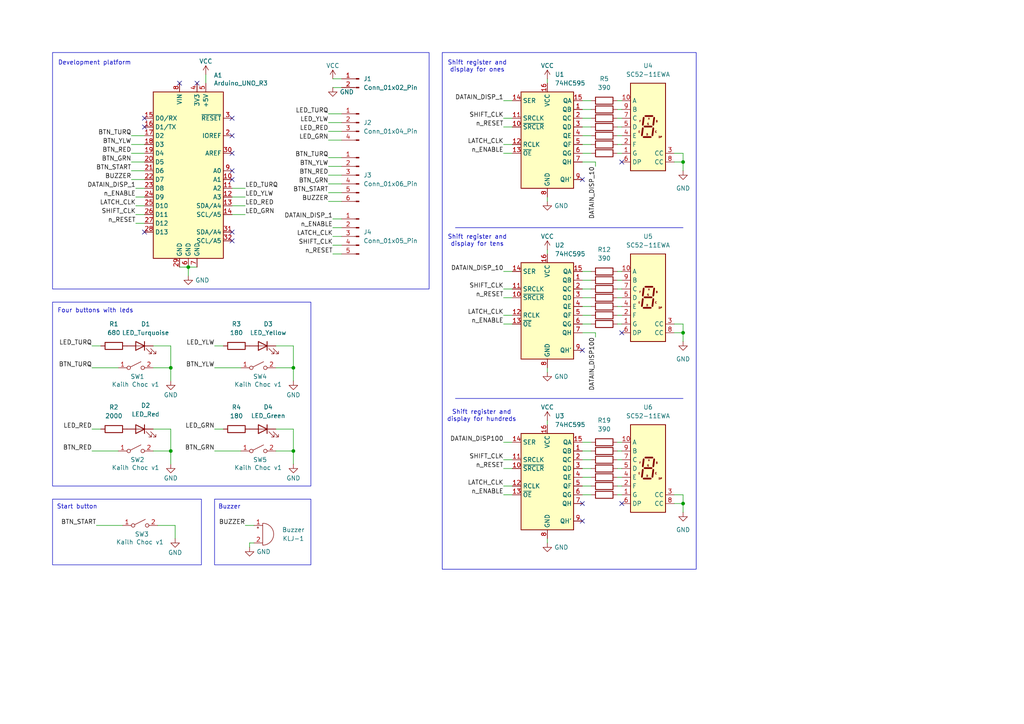
<source format=kicad_sch>
(kicad_sch (version 20231120) (generator "eeschema") (generator_version "8.0")
  (paper "A4")
  (title_block (title "Reaction game"))
  (lib_symbols
    (symbol "74xx:74HC595"
      (property "Reference" "U" (at -7.62 13.97 0))
      (property "Value" "74HC595" (at -7.62 -16.51 0))
      (symbol "74HC595_1_0"
        (pin tri_state line (at 10.16 7.62 180) (length 2.54) (name "QB") (number "1"))
        (pin input line (at -10.16 2.54 0) (length 2.54) (name "~{SRCLR}") (number "10"))
        (pin input line (at -10.16 5.08 0) (length 2.54) (name "SRCLK") (number "11"))
        (pin input line (at -10.16 -2.54 0) (length 2.54) (name "RCLK") (number "12"))
        (pin input line (at -10.16 -5.08 0) (length 2.54) (name "~{OE}") (number "13"))
        (pin input line (at -10.16 10.16 0) (length 2.54) (name "SER") (number "14"))
        (pin tri_state line (at 10.16 10.16 180) (length 2.54) (name "QA") (number "15"))
        (pin power_in line (at 0 15.24 270) (length 2.54) (name "VCC") (number "16"))
        (pin tri_state line (at 10.16 5.08 180) (length 2.54) (name "QC") (number "2"))
        (pin tri_state line (at 10.16 2.54 180) (length 2.54) (name "QD") (number "3"))
        (pin tri_state line (at 10.16 0 180) (length 2.54) (name "QE") (number "4"))
        (pin tri_state line (at 10.16 -2.54 180) (length 2.54) (name "QF") (number "5"))
        (pin tri_state line (at 10.16 -5.08 180) (length 2.54) (name "QG") (number "6"))
        (pin tri_state line (at 10.16 -7.62 180) (length 2.54) (name "QH") (number "7"))
        (pin power_in line (at 0 -17.78 90) (length 2.54) (name "GND") (number "8"))
        (pin output line (at 10.16 -12.7 180) (length 2.54) (name "QH'") (number "9"))
      )
      (symbol "74HC595_1_1"
        (rectangle (start -7.62 12.7) (end 7.62 -15.24) (stroke (width 0.254)) (fill (type background)))
      )
    )
    (symbol "Connector:Conn_01x02_Pin" (pin_names (offset 1.016) hide)
      (property "Reference" "J" (at 0 2.54 0))
      (property "Value" "Conn_01x02_Pin" (at 0 -5.08 0))
      (symbol "Conn_01x02_Pin_1_1"
        (polyline (pts (xy 1.27 -2.54) (xy 0.8636 -2.54)) (stroke (width 0.1524)))
        (polyline (pts (xy 1.27 0) (xy 0.8636 0)) (stroke (width 0.1524)))
        (rectangle (start 0.8636 -2.413) (end 0 -2.667) (stroke (width 0.1524)) (fill (type outline)))
        (rectangle (start 0.8636 0.127) (end 0 -0.127) (stroke (width 0.1524)) (fill (type outline)))
        (pin passive line (at 5.08 0 180) (length 3.81) (name "Pin_1") (number "1"))
        (pin passive line (at 5.08 -2.54 180) (length 3.81) (name "Pin_2") (number "2"))
      )
    )
    (symbol "Connector:Conn_01x04_Pin" (pin_names (offset 1.016) hide)
      (property "Reference" "J" (at 0 5.08 0))
      (property "Value" "Conn_01x04_Pin" (at 0 -7.62 0))
      (symbol "Conn_01x04_Pin_1_1"
        (polyline (pts (xy 1.27 -5.08) (xy 0.8636 -5.08)) (stroke (width 0.1524)))
        (polyline (pts (xy 1.27 -2.54) (xy 0.8636 -2.54)) (stroke (width 0.1524)))
        (polyline (pts (xy 1.27 0) (xy 0.8636 0)) (stroke (width 0.1524)))
        (polyline (pts (xy 1.27 2.54) (xy 0.8636 2.54)) (stroke (width 0.1524)))
        (rectangle (start 0.8636 -4.953) (end 0 -5.207) (stroke (width 0.1524)) (fill (type outline)))
        (rectangle (start 0.8636 -2.413) (end 0 -2.667) (stroke (width 0.1524)) (fill (type outline)))
        (rectangle (start 0.8636 0.127) (end 0 -0.127) (stroke (width 0.1524)) (fill (type outline)))
        (rectangle (start 0.8636 2.667) (end 0 2.413) (stroke (width 0.1524)) (fill (type outline)))
        (pin passive line (at 5.08 2.54 180) (length 3.81) (name "Pin_1") (number "1"))
        (pin passive line (at 5.08 0 180) (length 3.81) (name "Pin_2") (number "2"))
        (pin passive line (at 5.08 -2.54 180) (length 3.81) (name "Pin_3") (number "3"))
        (pin passive line (at 5.08 -5.08 180) (length 3.81) (name "Pin_4") (number "4"))
      )
    )
    (symbol "Connector:Conn_01x05_Pin" (pin_names (offset 1.016) hide)
      (property "Reference" "J" (at 0 7.62 0))
      (property "Value" "Conn_01x05_Pin" (at 0 -7.62 0))
      (symbol "Conn_01x05_Pin_1_1"
        (polyline (pts (xy 1.27 -5.08) (xy 0.8636 -5.08)) (stroke (width 0.1524)))
        (polyline (pts (xy 1.27 -2.54) (xy 0.8636 -2.54)) (stroke (width 0.1524)))
        (polyline (pts (xy 1.27 0) (xy 0.8636 0)) (stroke (width 0.1524)))
        (polyline (pts (xy 1.27 2.54) (xy 0.8636 2.54)) (stroke (width 0.1524)))
        (polyline (pts (xy 1.27 5.08) (xy 0.8636 5.08)) (stroke (width 0.1524)))
        (rectangle (start 0.8636 -4.953) (end 0 -5.207) (stroke (width 0.1524)) (fill (type outline)))
        (rectangle (start 0.8636 -2.413) (end 0 -2.667) (stroke (width 0.1524)) (fill (type outline)))
        (rectangle (start 0.8636 0.127) (end 0 -0.127) (stroke (width 0.1524)) (fill (type outline)))
        (rectangle (start 0.8636 2.667) (end 0 2.413) (stroke (width 0.1524)) (fill (type outline)))
        (rectangle (start 0.8636 5.207) (end 0 4.953) (stroke (width 0.1524)) (fill (type outline)))
        (pin passive line (at 5.08 5.08 180) (length 3.81) (name "Pin_1") (number "1"))
        (pin passive line (at 5.08 2.54 180) (length 3.81) (name "Pin_2") (number "2"))
        (pin passive line (at 5.08 0 180) (length 3.81) (name "Pin_3") (number "3"))
        (pin passive line (at 5.08 -2.54 180) (length 3.81) (name "Pin_4") (number "4"))
        (pin passive line (at 5.08 -5.08 180) (length 3.81) (name "Pin_5") (number "5"))
      )
    )
    (symbol "Connector:Conn_01x06_Pin" (pin_names (offset 1.016) hide)
      (property "Reference" "J" (at 0 7.62 0))
      (property "Value" "Conn_01x06_Pin" (at 0 -10.16 0))
      (symbol "Conn_01x06_Pin_1_1"
        (polyline (pts (xy 1.27 -7.62) (xy 0.8636 -7.62)) (stroke (width 0.1524)))
        (polyline (pts (xy 1.27 -5.08) (xy 0.8636 -5.08)) (stroke (width 0.1524)))
        (polyline (pts (xy 1.27 -2.54) (xy 0.8636 -2.54)) (stroke (width 0.1524)))
        (polyline (pts (xy 1.27 0) (xy 0.8636 0)) (stroke (width 0.1524)))
        (polyline (pts (xy 1.27 2.54) (xy 0.8636 2.54)) (stroke (width 0.1524)))
        (polyline (pts (xy 1.27 5.08) (xy 0.8636 5.08)) (stroke (width 0.1524)))
        (rectangle (start 0.8636 -7.493) (end 0 -7.747) (stroke (width 0.1524)) (fill (type outline)))
        (rectangle (start 0.8636 -4.953) (end 0 -5.207) (stroke (width 0.1524)) (fill (type outline)))
        (rectangle (start 0.8636 -2.413) (end 0 -2.667) (stroke (width 0.1524)) (fill (type outline)))
        (rectangle (start 0.8636 0.127) (end 0 -0.127) (stroke (width 0.1524)) (fill (type outline)))
        (rectangle (start 0.8636 2.667) (end 0 2.413) (stroke (width 0.1524)) (fill (type outline)))
        (rectangle (start 0.8636 5.207) (end 0 4.953) (stroke (width 0.1524)) (fill (type outline)))
        (pin passive line (at 5.08 5.08 180) (length 3.81) (name "Pin_1") (number "1"))
        (pin passive line (at 5.08 2.54 180) (length 3.81) (name "Pin_2") (number "2"))
        (pin passive line (at 5.08 0 180) (length 3.81) (name "Pin_3") (number "3"))
        (pin passive line (at 5.08 -2.54 180) (length 3.81) (name "Pin_4") (number "4"))
        (pin passive line (at 5.08 -5.08 180) (length 3.81) (name "Pin_5") (number "5"))
        (pin passive line (at 5.08 -7.62 180) (length 3.81) (name "Pin_6") (number "6"))
      )
    )
    (symbol "Device:Buzzer" (pin_names (offset 0.0254) hide)
      (property "Reference" "BZ" (at 3.81 1.27 0))
      (property "Value" "Buzzer" (at 3.81 -1.27 0))
      (symbol "Buzzer_0_1"
        (arc (start 0 -3.175) (mid 3.1612 0) (end 0 3.175))
        (polyline (pts (xy -1.651 1.905) (xy -1.143 1.905)))
        (polyline (pts (xy -1.397 2.159) (xy -1.397 1.651)))
        (polyline (pts (xy 0 3.175) (xy 0 -3.175)))
      )
      (symbol "Buzzer_1_1"
        (pin passive line (at -2.54 2.54 0) (length 2.54) (name "+") (number "1"))
        (pin passive line (at -2.54 -2.54 0) (length 2.54) (name "-") (number "2"))
      )
    )
    (symbol "Device:LED" (pin_numbers hide) (pin_names (offset 1.016) hide)
      (property "Reference" "D" (at 0 2.54 0))
      (property "Value" "LED" (at 0 -2.54 0))
      (symbol "LED_0_1"
        (polyline (pts (xy -1.27 -1.27) (xy -1.27 1.27)) (stroke (width 0.254)))
        (polyline (pts (xy -1.27 0) (xy 1.27 0)))
        (polyline (pts (xy 1.27 -1.27) (xy 1.27 1.27) (xy -1.27 0) (xy 1.27 -1.27)) (stroke (width 0.254)))
        (polyline (pts (xy -3.048 -0.762) (xy -4.572 -2.286) (xy -3.81 -2.286) (xy -4.572 -2.286) (xy -4.572 -1.524)))
        (polyline (pts (xy -1.778 -0.762) (xy -3.302 -2.286) (xy -2.54 -2.286) (xy -3.302 -2.286) (xy -3.302 -1.524)))
      )
      (symbol "LED_1_1"
        (pin passive line (at -3.81 0 0) (length 2.54) (name "K") (number "1"))
        (pin passive line (at 3.81 0 180) (length 2.54) (name "A") (number "2"))
      )
    )
    (symbol "Device:R" (pin_numbers hide) (pin_names (offset 0))
      (property "Reference" "R" (at 2.032 0 90))
      (property "Value" "R" (at 0 0 90))
      (symbol "R_0_1"
        (rectangle (start -1.016 -2.54) (end 1.016 2.54) (stroke (width 0.254)))
      )
      (symbol "R_1_1"
        (pin passive line (at 0 3.81 270) (length 1.27) (name "~") (number "1"))
        (pin passive line (at 0 -3.81 90) (length 1.27) (name "~") (number "2"))
      )
    )
    (symbol "Display_Character:SC39-11EWA"
      (property "Reference" "U" (at -3.81 13.97 0))
      (property "Value" "SC39-11EWA" (at 6.35 13.97 0))
      (symbol "SC39-11EWA_1_0"
        (text "A" (at 0.254 2.413 0) (effects (font (size 0.508 0.508))))
        (text "B" (at 2.54 1.651 0) (effects (font (size 0.508 0.508))))
        (text "C" (at 2.286 -1.397 0) (effects (font (size 0.508 0.508))))
        (text "D" (at -0.254 -2.159 0) (effects (font (size 0.508 0.508))))
        (text "DP" (at 3.556 -2.921 0) (effects (font (size 0.508 0.508))))
        (text "E" (at -2.54 -1.397 0) (effects (font (size 0.508 0.508))))
        (text "F" (at -2.286 1.651 0) (effects (font (size 0.508 0.508))))
        (text "G" (at 0 0.889 0) (effects (font (size 0.508 0.508))))
      )
      (symbol "SC39-11EWA_1_1"
        (rectangle (start -5.08 12.7) (end 5.08 -12.7) (stroke (width 0.254)) (fill (type background)))
        (polyline (pts (xy -1.524 -0.381) (xy -1.778 -2.413)) (stroke (width 0.508)))
        (polyline (pts (xy -1.27 -2.921) (xy 0.762 -2.921)) (stroke (width 0.508)))
        (polyline (pts (xy -1.27 2.667) (xy -1.524 0.635)) (stroke (width 0.508)))
        (polyline (pts (xy -1.016 0.127) (xy 1.016 0.127)) (stroke (width 0.508)))
        (polyline (pts (xy -0.762 3.175) (xy 1.27 3.175)) (stroke (width 0.508)))
        (polyline (pts (xy 1.524 -0.381) (xy 1.27 -2.413)) (stroke (width 0.508)))
        (polyline (pts (xy 1.778 2.667) (xy 1.524 0.635)) (stroke (width 0.508)))
        (polyline (pts (xy 2.54 -2.921) (xy 2.54 -2.921)) (stroke (width 0.508)))
        (pin input line (at -7.62 -7.62 0) (length 2.54) (name "G") (number "1"))
        (pin input line (at -7.62 7.62 0) (length 2.54) (name "A") (number "10"))
        (pin input line (at -7.62 -5.08 0) (length 2.54) (name "F") (number "2"))
        (pin input line (at 7.62 -7.62 180) (length 2.54) (name "CC") (number "3"))
        (pin input line (at -7.62 -2.54 0) (length 2.54) (name "E") (number "4"))
        (pin input line (at -7.62 0 0) (length 2.54) (name "D") (number "5"))
        (pin input line (at -7.62 -10.16 0) (length 2.54) (name "DP") (number "6"))
        (pin input line (at -7.62 2.54 0) (length 2.54) (name "C") (number "7"))
        (pin input line (at 7.62 -10.16 180) (length 2.54) (name "CC") (number "8"))
        (pin input line (at -7.62 5.08 0) (length 2.54) (name "B") (number "9"))
      )
    )
    (symbol "MCU_Module:Arduino_UNO_R3"
      (property "Reference" "A" (at -10.16 23.495 0))
      (property "Value" "Arduino_UNO_R3" (at 5.08 -26.67 0))
      (symbol "Arduino_UNO_R3_0_1"
        (rectangle (start -10.16 22.86) (end 10.16 -25.4) (stroke (width 0.254)) (fill (type background)))
      )
      (symbol "Arduino_UNO_R3_1_1"
        (pin no_connect line (at -10.16 -20.32 0) (length 2.54) hide (name "NC") (number "1"))
        (pin bidirectional line (at 12.7 -2.54 180) (length 2.54) (name "A1") (number "10"))
        (pin bidirectional line (at 12.7 -5.08 180) (length 2.54) (name "A2") (number "11"))
        (pin bidirectional line (at 12.7 -7.62 180) (length 2.54) (name "A3") (number "12"))
        (pin bidirectional line (at 12.7 -10.16 180) (length 2.54) (name "SDA/A4") (number "13"))
        (pin bidirectional line (at 12.7 -12.7 180) (length 2.54) (name "SCL/A5") (number "14"))
        (pin bidirectional line (at -12.7 15.24 0) (length 2.54) (name "D0/RX") (number "15"))
        (pin bidirectional line (at -12.7 12.7 0) (length 2.54) (name "D1/TX") (number "16"))
        (pin bidirectional line (at -12.7 10.16 0) (length 2.54) (name "D2") (number "17"))
        (pin bidirectional line (at -12.7 7.62 0) (length 2.54) (name "D3") (number "18"))
        (pin bidirectional line (at -12.7 5.08 0) (length 2.54) (name "D4") (number "19"))
        (pin output line (at 12.7 10.16 180) (length 2.54) (name "IOREF") (number "2"))
        (pin bidirectional line (at -12.7 2.54 0) (length 2.54) (name "D5") (number "20"))
        (pin bidirectional line (at -12.7 0 0) (length 2.54) (name "D6") (number "21"))
        (pin bidirectional line (at -12.7 -2.54 0) (length 2.54) (name "D7") (number "22"))
        (pin bidirectional line (at -12.7 -5.08 0) (length 2.54) (name "D8") (number "23"))
        (pin bidirectional line (at -12.7 -7.62 0) (length 2.54) (name "D9") (number "24"))
        (pin bidirectional line (at -12.7 -10.16 0) (length 2.54) (name "D10") (number "25"))
        (pin bidirectional line (at -12.7 -12.7 0) (length 2.54) (name "D11") (number "26"))
        (pin bidirectional line (at -12.7 -15.24 0) (length 2.54) (name "D12") (number "27"))
        (pin bidirectional line (at -12.7 -17.78 0) (length 2.54) (name "D13") (number "28"))
        (pin power_in line (at -2.54 -27.94 90) (length 2.54) (name "GND") (number "29"))
        (pin input line (at 12.7 15.24 180) (length 2.54) (name "~{RESET}") (number "3"))
        (pin input line (at 12.7 5.08 180) (length 2.54) (name "AREF") (number "30"))
        (pin bidirectional line (at 12.7 -17.78 180) (length 2.54) (name "SDA/A4") (number "31"))
        (pin bidirectional line (at 12.7 -20.32 180) (length 2.54) (name "SCL/A5") (number "32"))
        (pin power_out line (at 2.54 25.4 270) (length 2.54) (name "3V3") (number "4"))
        (pin power_out line (at 5.08 25.4 270) (length 2.54) (name "+5V") (number "5"))
        (pin power_in line (at 0 -27.94 90) (length 2.54) (name "GND") (number "6"))
        (pin power_in line (at 2.54 -27.94 90) (length 2.54) (name "GND") (number "7"))
        (pin power_in line (at -2.54 25.4 270) (length 2.54) (name "VIN") (number "8"))
        (pin bidirectional line (at 12.7 0 180) (length 2.54) (name "A0") (number "9"))
      )
    )
    (symbol "R_1" (pin_numbers hide) (pin_names (offset 0) hide)
      (property "Reference" "R" (at 2.032 0 90))
      (property "Value" "R" (at 0 0 90))
      (symbol "R_1_0_1"
        (rectangle (start -1.016 -2.54) (end 1.016 2.54) (stroke (width 0.254)))
      )
      (symbol "R_1_1_1"
        (pin passive line (at 0 3.81 270) (length 1.27) (name "~") (number "1"))
        (pin passive line (at 0 -3.81 90) (length 1.27) (name "~") (number "2"))
      )
    )
    (symbol "Switch:SW_SPST" (pin_names (offset 0) hide)
      (property "Reference" "SW" (at 0 3.175 0))
      (property "Value" "SW_SPST" (at 0 -2.54 0))
      (symbol "SW_SPST_0_0"
        (circle (center -2.032 0) (radius 0.508))
        (polyline (pts (xy -1.524 0.254) (xy 1.524 1.778)))
        (circle (center 2.032 0) (radius 0.508))
      )
      (symbol "SW_SPST_1_1"
        (pin passive line (at -5.08 0 0) (length 2.54) (name "A") (number "1"))
        (pin passive line (at 5.08 0 180) (length 2.54) (name "B") (number "2"))
      )
    )
    (symbol "power:GND" (power) (pin_numbers hide) (pin_names (offset 0) hide)
      (property "Value" "GND" (at 0 -3.81 0))
      (symbol "GND_0_1"
        (polyline (pts (xy 0 0) (xy 0 -1.27) (xy 1.27 -1.27) (xy 0 -2.54) (xy -1.27 -1.27) (xy 0 -1.27)))
      )
      (symbol "GND_1_1"
        (pin power_in line (at 0 0 270) (length 0) (name "~") (number "1"))
      )
    )
    (symbol "power:VCC" (power) (pin_numbers hide) (pin_names (offset 0) hide)
      (property "Value" "VCC" (at 0 3.556 0))
      (symbol "VCC_0_1"
        (polyline (pts (xy -0.762 1.27) (xy 0 2.54)))
        (polyline (pts (xy 0 0) (xy 0 2.54)))
        (polyline (pts (xy 0 2.54) (xy 0.762 1.27)))
      )
      (symbol "VCC_1_1"
        (pin power_in line (at 0 0 90) (length 0) (name "~") (number "1"))
      )
    )
  )
  (junction (at 198.12 46.99))
  (junction (at 49.53 130.81))
  (junction (at 85.09 106.68))
  (junction (at 54.61 77.47))
  (junction (at 49.53 106.68))
  (junction (at 198.12 96.52))
  (junction (at 198.12 146.05))
  (junction (at 85.09 130.81))
  (no_connect (at 67.31 44.45))
  (no_connect (at 67.31 34.29))
  (no_connect (at 168.91 101.6))
  (no_connect (at 168.91 52.07))
  (no_connect (at 67.31 69.85))
  (no_connect (at 67.31 39.37))
  (no_connect (at 168.91 151.13))
  (no_connect (at 41.91 34.29))
  (no_connect (at 180.34 46.99))
  (no_connect (at 57.15 24.13))
  (no_connect (at 41.91 36.83))
  (no_connect (at 168.91 146.05))
  (no_connect (at 67.31 67.31))
  (no_connect (at 67.31 49.53))
  (no_connect (at 41.91 67.31))
  (no_connect (at 67.31 52.07))
  (no_connect (at 52.07 24.13))
  (no_connect (at 180.34 96.52))
  (no_connect (at 180.34 146.05))
  (wire (pts (xy 146.05 93.98) (xy 148.59 93.98)))
  (wire (pts (xy 195.58 46.99) (xy 198.12 46.99)))
  (wire (pts (xy 67.31 54.61) (xy 71.12 54.61)))
  (wire (pts (xy 71.12 152.4) (xy 73.66 152.4)))
  (wire (pts (xy 146.05 44.45) (xy 148.59 44.45)))
  (wire (pts (xy 168.91 81.28) (xy 171.45 81.28)))
  (wire (pts (xy 179.07 128.27) (xy 180.34 128.27)))
  (wire (pts (xy 49.53 130.81) (xy 49.53 134.62)))
  (wire (pts (xy 62.23 124.46) (xy 64.77 124.46)))
  (wire (pts (xy 198.12 96.52) (xy 198.12 99.06)))
  (wire (pts (xy 85.09 130.81) (xy 85.09 124.46)))
  (wire (pts (xy 179.07 83.82) (xy 180.34 83.82)))
  (wire (pts (xy 41.91 44.45) (xy 38.1 44.45)))
  (wire (pts (xy 38.1 41.91) (xy 41.91 41.91)))
  (wire (pts (xy 146.05 128.27) (xy 148.59 128.27)))
  (wire (pts (xy 168.91 133.35) (xy 171.45 133.35)))
  (wire (pts (xy 179.07 78.74) (xy 180.34 78.74)))
  (wire (pts (xy 158.75 156.21) (xy 158.75 157.48)))
  (wire (pts (xy 146.05 36.83) (xy 148.59 36.83)))
  (wire (pts (xy 39.37 59.69) (xy 41.91 59.69)))
  (wire (pts (xy 158.75 121.92) (xy 158.75 123.19)))
  (wire (pts (xy 172.72 96.52) (xy 172.72 97.79)))
  (wire (pts (xy 41.91 49.53) (xy 38.1 49.53)))
  (wire (pts (xy 179.07 91.44) (xy 180.34 91.44)))
  (wire (pts (xy 158.75 57.15) (xy 158.75 58.42)))
  (wire (pts (xy 198.12 46.99) (xy 198.12 44.45)))
  (wire (pts (xy 179.07 88.9) (xy 180.34 88.9)))
  (wire (pts (xy 168.91 88.9) (xy 171.45 88.9)))
  (wire (pts (xy 39.37 54.61) (xy 41.91 54.61)))
  (wire (pts (xy 168.91 135.89) (xy 171.45 135.89)))
  (wire (pts (xy 168.91 138.43) (xy 171.45 138.43)))
  (wire (pts (xy 146.05 34.29) (xy 148.59 34.29)))
  (wire (pts (xy 85.09 130.81) (xy 85.09 134.62)))
  (wire (pts (xy 69.85 106.68) (xy 62.23 106.68)))
  (wire (pts (xy 52.07 77.47) (xy 54.61 77.47)))
  (wire (pts (xy 146.05 29.21) (xy 148.59 29.21)))
  (wire (pts (xy 146.05 135.89) (xy 148.59 135.89)))
  (wire (pts (xy 80.01 100.33) (xy 85.09 100.33)))
  (wire (pts (xy 168.91 29.21) (xy 171.45 29.21)))
  (wire (pts (xy 50.8 152.4) (xy 50.8 156.21)))
  (wire (pts (xy 38.1 52.07) (xy 41.91 52.07)))
  (wire (pts (xy 195.58 143.51) (xy 198.12 143.51)))
  (wire (pts (xy 26.67 130.81) (xy 34.29 130.81)))
  (wire (pts (xy 80.01 124.46) (xy 85.09 124.46)))
  (wire (pts (xy 99.06 53.34) (xy 95.25 53.34)))
  (wire (pts (xy 168.91 91.44) (xy 171.45 91.44)))
  (wire (pts (xy 72.39 157.48) (xy 72.39 158.75)))
  (wire (pts (xy 26.67 124.46) (xy 29.21 124.46)))
  (wire (pts (xy 198.12 146.05) (xy 198.12 148.59)))
  (wire (pts (xy 96.52 22.86) (xy 99.06 22.86)))
  (wire (pts (xy 198.12 46.99) (xy 198.12 49.53)))
  (wire (pts (xy 158.75 72.39) (xy 158.75 73.66)))
  (wire (pts (xy 179.07 138.43) (xy 180.34 138.43)))
  (wire (pts (xy 168.91 86.36) (xy 171.45 86.36)))
  (wire (pts (xy 96.52 66.04) (xy 99.06 66.04)))
  (wire (pts (xy 44.45 130.81) (xy 49.53 130.81)))
  (wire (pts (xy 168.91 78.74) (xy 171.45 78.74)))
  (wire (pts (xy 95.25 48.26) (xy 99.06 48.26)))
  (wire (pts (xy 158.75 22.86) (xy 158.75 24.13)))
  (wire (pts (xy 41.91 39.37) (xy 38.1 39.37)))
  (wire (pts (xy 99.06 33.02) (xy 95.25 33.02)))
  (wire (pts (xy 95.25 40.64) (xy 99.06 40.64)))
  (wire (pts (xy 54.61 77.47) (xy 54.61 80.01)))
  (wire (pts (xy 168.91 130.81) (xy 171.45 130.81)))
  (wire (pts (xy 99.06 38.1) (xy 95.25 38.1)))
  (wire (pts (xy 71.12 62.23) (xy 67.31 62.23)))
  (wire (pts (xy 168.91 36.83) (xy 171.45 36.83)))
  (wire (pts (xy 39.37 64.77) (xy 41.91 64.77)))
  (wire (pts (xy 26.67 106.68) (xy 34.29 106.68)))
  (wire (pts (xy 179.07 133.35) (xy 180.34 133.35)))
  (wire (pts (xy 146.05 78.74) (xy 148.59 78.74)))
  (wire (pts (xy 67.31 59.69) (xy 71.12 59.69)))
  (wire (pts (xy 99.06 45.72) (xy 95.25 45.72)))
  (wire (pts (xy 195.58 96.52) (xy 198.12 96.52)))
  (wire (pts (xy 73.66 157.48) (xy 72.39 157.48)))
  (wire (pts (xy 49.53 100.33) (xy 49.53 106.68)))
  (wire (pts (xy 49.53 130.81) (xy 49.53 124.46)))
  (wire (pts (xy 44.45 100.33) (xy 49.53 100.33)))
  (wire (pts (xy 195.58 44.45) (xy 198.12 44.45)))
  (wire (pts (xy 179.07 31.75) (xy 180.34 31.75)))
  (wire (pts (xy 54.61 77.47) (xy 57.15 77.47)))
  (wire (pts (xy 96.52 25.4) (xy 99.06 25.4)))
  (wire (pts (xy 45.72 152.4) (xy 50.8 152.4)))
  (wire (pts (xy 95.25 58.42) (xy 99.06 58.42)))
  (wire (pts (xy 85.09 106.68) (xy 85.09 100.33)))
  (wire (pts (xy 146.05 91.44) (xy 148.59 91.44)))
  (wire (pts (xy 146.05 86.36) (xy 148.59 86.36)))
  (wire (pts (xy 179.07 81.28) (xy 180.34 81.28)))
  (wire (pts (xy 99.06 71.12) (xy 96.52 71.12)))
  (wire (pts (xy 146.05 133.35) (xy 148.59 133.35)))
  (wire (pts (xy 179.07 130.81) (xy 180.34 130.81)))
  (wire (pts (xy 179.07 41.91) (xy 180.34 41.91)))
  (wire (pts (xy 168.91 44.45) (xy 171.45 44.45)))
  (wire (pts (xy 49.53 106.68) (xy 49.53 110.49)))
  (wire (pts (xy 179.07 36.83) (xy 180.34 36.83)))
  (wire (pts (xy 198.12 146.05) (xy 198.12 143.51)))
  (wire (pts (xy 41.91 62.23) (xy 39.37 62.23)))
  (wire (pts (xy 39.37 57.15) (xy 41.91 57.15)))
  (wire (pts (xy 146.05 140.97) (xy 148.59 140.97)))
  (wire (pts (xy 44.45 124.46) (xy 49.53 124.46)))
  (wire (pts (xy 41.91 46.99) (xy 38.1 46.99)))
  (wire (pts (xy 179.07 86.36) (xy 180.34 86.36)))
  (wire (pts (xy 179.07 34.29) (xy 180.34 34.29)))
  (wire (pts (xy 168.91 140.97) (xy 171.45 140.97)))
  (wire (pts (xy 179.07 143.51) (xy 180.34 143.51)))
  (wire (pts (xy 168.91 41.91) (xy 171.45 41.91)))
  (wire (pts (xy 179.07 140.97) (xy 180.34 140.97)))
  (wire (pts (xy 158.75 106.68) (xy 158.75 107.95)))
  (wire (pts (xy 62.23 130.81) (xy 69.85 130.81)))
  (wire (pts (xy 71.12 57.15) (xy 67.31 57.15)))
  (wire (pts (xy 179.07 44.45) (xy 180.34 44.45)))
  (wire (pts (xy 198.12 96.52) (xy 198.12 93.98)))
  (wire (pts (xy 179.07 29.21) (xy 180.34 29.21)))
  (wire (pts (xy 168.91 93.98) (xy 171.45 93.98)))
  (wire (pts (xy 168.91 143.51) (xy 171.45 143.51)))
  (wire (pts (xy 168.91 96.52) (xy 172.72 96.52)))
  (wire (pts (xy 168.91 128.27) (xy 171.45 128.27)))
  (wire (pts (xy 96.52 63.5) (xy 99.06 63.5)))
  (wire (pts (xy 146.05 41.91) (xy 148.59 41.91)))
  (wire (pts (xy 168.91 46.99) (xy 172.72 46.99)))
  (polyline (pts (xy 132.08 115.57) (xy 198.12 115.57)))
  (wire (pts (xy 179.07 39.37) (xy 180.34 39.37)))
  (wire (pts (xy 179.07 135.89) (xy 180.34 135.89)))
  (wire (pts (xy 179.07 93.98) (xy 180.34 93.98)))
  (wire (pts (xy 59.69 24.13) (xy 59.69 21.59)))
  (wire (pts (xy 27.94 152.4) (xy 35.56 152.4)))
  (wire (pts (xy 195.58 93.98) (xy 198.12 93.98)))
  (wire (pts (xy 80.01 130.81) (xy 85.09 130.81)))
  (wire (pts (xy 168.91 31.75) (xy 171.45 31.75)))
  (wire (pts (xy 168.91 83.82) (xy 171.45 83.82)))
  (wire (pts (xy 99.06 50.8) (xy 95.25 50.8)))
  (wire (pts (xy 99.06 55.88) (xy 95.25 55.88)))
  (wire (pts (xy 80.01 106.68) (xy 85.09 106.68)))
  (wire (pts (xy 44.45 106.68) (xy 49.53 106.68)))
  (wire (pts (xy 168.91 39.37) (xy 171.45 39.37)))
  (polyline (pts (xy 132.08 66.04) (xy 198.12 66.04)))
  (wire (pts (xy 168.91 34.29) (xy 171.45 34.29)))
  (wire (pts (xy 146.05 83.82) (xy 148.59 83.82)))
  (wire (pts (xy 85.09 106.68) (xy 85.09 110.49)))
  (wire (pts (xy 26.67 100.33) (xy 29.21 100.33)))
  (wire (pts (xy 64.77 100.33) (xy 62.23 100.33)))
  (wire (pts (xy 96.52 68.58) (xy 99.06 68.58)))
  (wire (pts (xy 146.05 143.51) (xy 148.59 143.51)))
  (wire (pts (xy 96.52 73.66) (xy 99.06 73.66)))
  (wire (pts (xy 95.25 35.56) (xy 99.06 35.56)))
  (wire (pts (xy 195.58 146.05) (xy 198.12 146.05)))
  (wire (pts (xy 172.72 46.99) (xy 172.72 48.26)))
  (rectangle (start 15.24 144.78) (end 58.42 163.83))
  (rectangle (start 15.24 15.24) (end 124.46 83.82))
  (rectangle (start 15.24 87.63) (end 90.17 140.97))
  (rectangle (start 128.27 15.24) (end 201.93 165.1))
  (rectangle (start 62.23 144.78) (end 90.17 163.83))
  (text "Start button" (at 22.352 147.066 0) (effects (font (size 1.27 1.27))))
  (text "Buzzer" (at 66.548 147.066 0) (effects (font (size 1.27 1.27))))
  (text "Shift register and\ndisplay for hundreds" (at 139.7 120.65 0) (effects (font (size 1.27 1.27))))
  (text "Shift register and\ndisplay for ones" (at 138.43 19.304 0) (effects (font (size 1.27 1.27))))
  (text "Shift register and\ndisplay for tens" (at 138.43 69.85 0) (effects (font (size 1.27 1.27))))
  (text "Development platform" (at 27.432 18.288 0) (effects (font (size 1.27 1.27))))
  (text "Four buttons with leds" (at 27.686 90.17 0) (effects (font (size 1.27 1.27))))
  (label "n_ENABLE" (at 146.05 44.45 180))
  (label "LED_RED" (at 71.12 59.69 0))
  (label "LATCH_CLK" (at 146.05 41.91 180))
  (label "LATCH_CLK" (at 39.37 59.69 180))
  (label "BTN_TURQ" (at 26.67 106.68 180))
  (label "BTN_RED" (at 38.1 44.45 180))
  (label "n_ENABLE" (at 96.52 66.04 180))
  (label "BTN_RED" (at 26.67 130.81 180))
  (label "n_RESET" (at 146.05 36.83 180))
  (label "LED_TURQ" (at 26.67 100.33 180))
  (label "DATAIN_DISP100" (at 172.72 97.79 270))
  (label "LED_RED" (at 95.25 38.1 180))
  (label "LED_GRN" (at 71.12 62.23 0))
  (label "BTN_GRN" (at 62.23 130.81 180))
  (label "BUZZER" (at 38.1 52.07 180))
  (label "LATCH_CLK" (at 146.05 91.44 180))
  (label "SHIFT_CLK" (at 96.52 71.12 180))
  (label "BTN_START" (at 38.1 49.53 180))
  (label "SHIFT_CLK" (at 146.05 83.82 180))
  (label "LATCH_CLK" (at 96.52 68.58 180))
  (label "LED_YLW" (at 71.12 57.15 0))
  (label "n_RESET" (at 39.37 64.77 180))
  (label "BTN_YLW" (at 38.1 41.91 180))
  (label "n_ENABLE" (at 146.05 93.98 180))
  (label "BTN_TURQ" (at 95.25 45.72 180))
  (label "BTN_YLW" (at 95.25 48.26 180))
  (label "LED_RED" (at 26.67 124.46 180))
  (label "n_ENABLE" (at 146.05 143.51 180))
  (label "BTN_TURQ" (at 38.1 39.37 180))
  (label "n_RESET" (at 146.05 86.36 180))
  (label "BTN_YLW" (at 62.23 106.68 180))
  (label "LED_YLW" (at 62.23 100.33 180))
  (label "DATAIN_DISP_10" (at 146.05 78.74 180))
  (label "BTN_GRN" (at 38.1 46.99 180))
  (label "SHIFT_CLK" (at 39.37 62.23 180))
  (label "DATAIN_DISP_1" (at 146.05 29.21 180))
  (label "BTN_START" (at 27.94 152.4 180))
  (label "DATAIN_DISP100" (at 146.05 128.27 180))
  (label "LED_GRN" (at 95.25 40.64 180))
  (label "BUZZER" (at 95.25 58.42 180))
  (label "DATAIN_DISP_1" (at 96.52 63.5 180))
  (label "SHIFT_CLK" (at 146.05 34.29 180))
  (label "BTN_START" (at 95.25 55.88 180))
  (label "LED_TURQ" (at 95.25 33.02 180))
  (label "DATAIN_DISP_1" (at 39.37 54.61 180))
  (label "LED_YLW" (at 95.25 35.56 180))
  (label "n_RESET" (at 146.05 135.89 180))
  (label "BTN_GRN" (at 95.25 53.34 180))
  (label "n_RESET" (at 96.52 73.66 180))
  (label "LATCH_CLK" (at 146.05 140.97 180))
  (label "SHIFT_CLK" (at 146.05 133.35 180))
  (label "n_ENABLE" (at 39.37 57.15 180))
  (label "LED_GRN" (at 62.23 124.46 180))
  (label "BTN_RED" (at 95.25 50.8 180))
  (label "LED_TURQ" (at 71.12 54.61 0))
  (label "BUZZER" (at 71.12 152.4 180))
  (label "DATAIN_DISP_10" (at 172.72 48.26 270))
  (symbol (lib_id "power:GND") (at 49.53 134.62 0) (unit 1)
    (property "Reference" "#PWR02" (effects (hide yes)))
    (property "Value" "GND" (at 49.53 138.684 0))
    (property "Description" "Power symbol creates a global label with name \"GND\" , ground" (effects (hide yes)))
  )
  (symbol (lib_id "Device:R") (at 175.26 86.36 90) (unit 1)
    (property "Reference" "R15" (effects (hide yes)))
    (property "Value" "390" (effects (hide yes)))
    (property "Footprint" "Resistor_THT:R_Axial_DIN0207_L6.3mm_D2.5mm_P10.16mm_Horizontal" (effects (hide yes)))
    (property "Description" "Resistor" (effects (hide yes)))
  )
  (symbol (lib_id "power:GND") (at 96.52 25.4 0) (unit 1)
    (property "Reference" "#PWR019" (effects (hide yes)))
    (property "Value" "GND" (at 100.584 26.67 0))
    (property "Description" "Power symbol creates a global label with name \"GND\" , ground" (effects (hide yes)))
  )
  (symbol (lib_id "power:GND") (at 50.8 156.21 0) (unit 1)
    (property "Reference" "#PWR03" (effects (hide yes)))
    (property "Value" "GND" (at 50.8 160.274 0))
    (property "Description" "Power symbol creates a global label with name \"GND\" , ground" (effects (hide yes)))
  )
  (symbol (lib_id "Device:R") (at 175.26 128.27 90) (unit 1)
    (property "Reference" "R19" (at 175.26 121.92 90))
    (property "Value" "390" (at 175.26 124.46 90))
    (property "Footprint" "Resistor_THT:R_Axial_DIN0207_L6.3mm_D2.5mm_P10.16mm_Horizontal" (effects (hide yes)))
    (property "Description" "Resistor" (effects (hide yes)))
  )
  (symbol (lib_id "Device:LED") (at 76.2 124.46 0) (mirror y) (unit 1)
    (property "Reference" "D4" (at 77.7875 118.0556 0))
    (property "Value" "LED_Green" (at 77.7875 120.5956 0))
    (property "Footprint" "LED_THT:LED_D5.0mm" (effects (hide yes)))
    (property "Description" "Light emitting diode" (effects (hide yes)))
  )
  (symbol (lib_id "Device:R") (at 175.26 31.75 90) (unit 1)
    (property "Reference" "R6" (effects (hide yes)))
    (property "Value" "390" (effects (hide yes)))
    (property "Footprint" "Resistor_THT:R_Axial_DIN0207_L6.3mm_D2.5mm_P10.16mm_Horizontal" (effects (hide yes)))
    (property "Description" "Resistor" (effects (hide yes)))
  )
  (symbol (lib_id "power:GND") (at 158.75 157.48 0) (unit 1)
    (property "Reference" "#PWR014" (effects (hide yes)))
    (property "Value" "GND" (at 162.814 158.75 0))
    (property "Description" "Power symbol creates a global label with name \"GND\" , ground" (effects (hide yes)))
  )
  (symbol (lib_id "Device:R") (at 175.26 29.21 90) (unit 1)
    (property "Reference" "R5" (at 175.26 22.86 90))
    (property "Value" "390" (at 175.26 25.4 90))
    (property "Footprint" "Resistor_THT:R_Axial_DIN0207_L6.3mm_D2.5mm_P10.16mm_Horizontal" (effects (hide yes)))
    (property "Description" "Resistor" (effects (hide yes)))
  )
  (symbol (lib_id "Switch:SW_SPST") (at 39.37 106.68 0) (unit 1)
    (property "Reference" "SW1" (at 41.91 109.22 0) (effects (justify right)))
    (property "Value" "Kailh Choc v1" (at 46.228 111.506 0) (effects (justify right)))
    (property "Footprint" "KiCad kirjastot:SW_PG1350" (effects (hide yes)))
    (property "Description" "Single Pole Single Throw (SPST) switch" (effects (hide yes)))
  )
  (symbol (lib_id "power:VCC") (at 158.75 22.86 0) (unit 1)
    (property "Reference" "#PWR09" (effects (hide yes)))
    (property "Value" "VCC" (at 158.75 19.05 0))
    (property "Description" "Power symbol creates a global label with name \"VCC\"" (effects (hide yes)))
  )
  (symbol (lib_id "Device:R") (at 175.26 81.28 90) (unit 1)
    (property "Reference" "R13" (effects (hide yes)))
    (property "Value" "390" (effects (hide yes)))
    (property "Footprint" "Resistor_THT:R_Axial_DIN0207_L6.3mm_D2.5mm_P10.16mm_Horizontal" (effects (hide yes)))
    (property "Description" "Resistor" (effects (hide yes)))
  )
  (symbol (lib_id "Device:R") (at 175.26 34.29 90) (unit 1)
    (property "Reference" "R7" (effects (hide yes)))
    (property "Value" "390" (effects (hide yes)))
    (property "Footprint" "Resistor_THT:R_Axial_DIN0207_L6.3mm_D2.5mm_P10.16mm_Horizontal" (effects (hide yes)))
    (property "Description" "Resistor" (effects (hide yes)))
  )
  (symbol (lib_id "Connector:Conn_01x04_Pin") (at 104.14 35.56 0) (mirror y) (unit 1)
    (property "Reference" "J2" (at 105.41 35.5599 0) (effects (justify right)))
    (property "Value" "Conn_01x04_Pin" (at 105.41 38.0999 0) (effects (justify right)))
    (property "Footprint" "Connector_PinHeader_2.54mm:PinHeader_1x04_P2.54mm_Vertical" (effects (hide yes)))
    (property "Description" "Generic connector, single row, 01x04, script generated" (effects (hide yes)))
  )
  (symbol (lib_id "Connector:Conn_01x02_Pin") (at 104.14 22.86 0) (mirror y) (unit 1)
    (property "Reference" "J1" (at 105.41 22.8599 0) (effects (justify right)))
    (property "Value" "Conn_01x02_Pin" (at 105.41 25.3999 0) (effects (justify right)))
    (property "Footprint" "Connector_PinHeader_2.54mm:PinHeader_1x02_P2.54mm_Vertical" (effects (hide yes)))
    (property "Description" "Generic connector, single row, 01x02, script generated" (effects (hide yes)))
  )
  (symbol (lib_id "power:GND") (at 198.12 148.59 0) (unit 1)
    (property "Reference" "#PWR017" (effects (hide yes)))
    (property "Value" "GND" (at 198.12 153.67 0))
    (property "Description" "Power symbol creates a global label with name \"GND\" , ground" (effects (hide yes)))
  )
  (symbol (lib_id "MCU_Module:Arduino_UNO_R3") (at 54.61 49.53 0) (unit 1)
    (property "Reference" "A1" (at 63.246 21.844 0))
    (property "Value" "Arduino_UNO_R3" (at 69.85 24.13 0))
    (property "Footprint" "Module:Arduino_UNO_R3" (effects (hide yes)))
    (property "Datasheet" "https://www.arduino.cc/en/Main/arduinoBoardUno" (effects (hide yes)))
    (property "Description" "Arduino UNO Microcontroller Module, release 3" (effects (hide yes)))
  )
  (symbol (lib_name "R_1") (lib_id "Device:R") (at 175.26 138.43 90) (unit 1)
    (property "Reference" "R23" (effects (hide yes)))
    (property "Value" "390" (effects (hide yes)))
    (property "Footprint" "Resistor_THT:R_Axial_DIN0207_L6.3mm_D2.5mm_P10.16mm_Horizontal" (effects (hide yes)))
    (property "Description" "Resistor" (effects (hide yes)))
  )
  (symbol (lib_id "Connector:Conn_01x06_Pin") (at 104.14 50.8 0) (mirror y) (unit 1)
    (property "Reference" "J3" (at 105.41 50.7999 0) (effects (justify right)))
    (property "Value" "Conn_01x06_Pin" (at 105.41 53.3399 0) (effects (justify right)))
    (property "Footprint" "Connector_PinHeader_2.54mm:PinHeader_1x06_P2.54mm_Vertical" (effects (hide yes)))
    (property "Description" "Generic connector, single row, 01x06, script generated" (effects (hide yes)))
  )
  (symbol (lib_id "Device:Buzzer") (at 76.2 154.94 0) (unit 1)
    (property "Reference" "KLJ-1" (at 85.09 156.21 0))
    (property "Value" "Buzzer" (at 85.09 153.67 0))
    (property "Footprint" "KiCad kirjastot:Piezo-KLJ-1625" (effects (hide yes)))
    (property "Description" "Buzzer, polarized" (effects (hide yes)))
  )
  (symbol (lib_name "R_1") (lib_id "Device:R") (at 175.26 88.9 90) (unit 1)
    (property "Reference" "R16" (effects (hide yes)))
    (property "Value" "390" (effects (hide yes)))
    (property "Footprint" "Resistor_THT:R_Axial_DIN0207_L6.3mm_D2.5mm_P10.16mm_Horizontal" (effects (hide yes)))
    (property "Description" "Resistor" (effects (hide yes)))
  )
  (symbol (lib_id "power:GND") (at 158.75 58.42 0) (unit 1)
    (property "Reference" "#PWR010" (effects (hide yes)))
    (property "Value" "GND" (at 162.814 59.69 0))
    (property "Description" "Power symbol creates a global label with name \"GND\" , ground" (effects (hide yes)))
  )
  (symbol (lib_id "Device:R") (at 175.26 130.81 90) (unit 1)
    (property "Reference" "R20" (effects (hide yes)))
    (property "Value" "390" (effects (hide yes)))
    (property "Footprint" "Resistor_THT:R_Axial_DIN0207_L6.3mm_D2.5mm_P10.16mm_Horizontal" (effects (hide yes)))
    (property "Description" "Resistor" (effects (hide yes)))
  )
  (symbol (lib_id "power:VCC") (at 96.52 22.86 0) (unit 1)
    (property "Reference" "#PWR018" (effects (hide yes)))
    (property "Value" "VCC" (at 96.52 19.05 0))
    (property "Description" "Power symbol creates a global label with name \"VCC\"" (effects (hide yes)))
  )
  (symbol (lib_id "power:VCC") (at 59.69 21.59 0) (unit 1)
    (property "Reference" "#PWR05" (effects (hide yes)))
    (property "Value" "VCC" (at 59.69 17.78 0))
    (property "Description" "Power symbol creates a global label with name \"VCC\"" (effects (hide yes)))
  )
  (symbol (lib_id "Device:R") (at 175.26 143.51 90) (unit 1)
    (property "Reference" "R25" (effects (hide yes)))
    (property "Value" "390" (effects (hide yes)))
    (property "Footprint" "Resistor_THT:R_Axial_DIN0207_L6.3mm_D2.5mm_P10.16mm_Horizontal" (effects (hide yes)))
    (property "Description" "Resistor" (effects (hide yes)))
  )
  (symbol (lib_id "Display_Character:SC39-11EWA") (at 187.96 36.83 0) (unit 1)
    (property "Reference" "U4" (at 187.96 19.05 0))
    (property "Value" "SC52-11EWA" (at 187.96 21.59 0))
    (property "Footprint" "Display_7Segment:7SegmentLED_LTS6760_LTS6780" (effects (hide yes)))
    (property "Datasheet" "http://www.kingbrightusa.com/images/catalog/SPEC/sc39-11ewa.pdf" (effects (hide yes)))
    (property "Description" "Single digit 7 segment display, high efficiency red, common cathode" (effects (hide yes)))
  )
  (symbol (lib_id "Device:R") (at 175.26 41.91 90) (unit 1)
    (property "Reference" "R10" (effects (hide yes)))
    (property "Value" "390" (effects (hide yes)))
    (property "Footprint" "Resistor_THT:R_Axial_DIN0207_L6.3mm_D2.5mm_P10.16mm_Horizontal" (effects (hide yes)))
    (property "Description" "Resistor" (effects (hide yes)))
  )
  (symbol (lib_id "Device:LED") (at 40.64 100.33 0) (mirror y) (unit 1)
    (property "Reference" "D1" (at 42.2275 93.98 0))
    (property "Value" "LED_Turquoise" (at 42.2275 96.52 0))
    (property "Footprint" "LED_THT:LED_D5.0mm" (effects (hide yes)))
    (property "Description" "Light emitting diode" (effects (hide yes)))
  )
  (symbol (lib_id "74xx:74HC595") (at 158.75 88.9 0) (unit 1)
    (property "Reference" "U2" (at 160.9441 71.12 0) (effects (justify left)))
    (property "Value" "74HC595" (at 160.9441 73.66 0) (effects (justify left)))
    (property "Footprint" "Package_DIP:DIP-16_W7.62mm_Socket_LongPads" (effects (hide yes)))
    (property "Datasheet" "http://www.ti.com/lit/ds/symlink/sn74hc595.pdf" (effects (hide yes)))
    (property "Description" "8-bit serial in/out Shift Register 3-State Outputs" (effects (hide yes)))
  )
  (symbol (lib_id "Device:R") (at 68.58 100.33 270) (mirror x) (unit 1)
    (property "Reference" "R3" (at 68.58 93.98 90))
    (property "Value" "180" (at 68.58 96.52 90))
    (property "Footprint" "Resistor_THT:R_Axial_DIN0207_L6.3mm_D2.5mm_P10.16mm_Horizontal" (effects (hide yes)))
    (property "Description" "Resistor" (effects (hide yes)))
  )
  (symbol (lib_id "Device:R") (at 175.26 91.44 90) (unit 1)
    (property "Reference" "R17" (effects (hide yes)))
    (property "Value" "390" (effects (hide yes)))
    (property "Footprint" "Resistor_THT:R_Axial_DIN0207_L6.3mm_D2.5mm_P10.16mm_Horizontal" (effects (hide yes)))
    (property "Description" "Resistor" (effects (hide yes)))
  )
  (symbol (lib_id "Device:R") (at 175.26 78.74 90) (unit 1)
    (property "Reference" "R12" (at 175.26 72.39 90))
    (property "Value" "390" (at 175.26 74.93 90))
    (property "Footprint" "Resistor_THT:R_Axial_DIN0207_L6.3mm_D2.5mm_P10.16mm_Horizontal" (effects (hide yes)))
    (property "Description" "Resistor" (effects (hide yes)))
  )
  (symbol (lib_id "74xx:74HC595") (at 158.75 39.37 0) (unit 1)
    (property "Reference" "U1" (at 162.306 21.59 0))
    (property "Value" "74HC595" (at 165.354 24.13 0))
    (property "Footprint" "Package_DIP:DIP-16_W7.62mm_Socket_LongPads" (effects (hide yes)))
    (property "Datasheet" "http://www.ti.com/lit/ds/symlink/sn74hc595.pdf" (effects (hide yes)))
    (property "Description" "8-bit serial in/out Shift Register 3-State Outputs" (effects (hide yes)))
  )
  (symbol (lib_id "Device:R") (at 175.26 140.97 90) (unit 1)
    (property "Reference" "R24" (effects (hide yes)))
    (property "Value" "390" (effects (hide yes)))
    (property "Footprint" "Resistor_THT:R_Axial_DIN0207_L6.3mm_D2.5mm_P10.16mm_Horizontal" (effects (hide yes)))
    (property "Description" "Resistor" (effects (hide yes)))
  )
  (symbol (lib_id "Connector:Conn_01x05_Pin") (at 104.14 68.58 0) (mirror y) (unit 1)
    (property "Reference" "J4" (at 105.41 67.3099 0) (effects (justify right)))
    (property "Value" "Conn_01x05_Pin" (at 105.41 69.8499 0) (effects (justify right)))
    (property "Footprint" "Connector_PinHeader_2.54mm:PinHeader_1x05_P2.54mm_Vertical" (effects (hide yes)))
    (property "Description" "Generic connector, single row, 01x05, script generated" (effects (hide yes)))
  )
  (symbol (lib_id "Device:R") (at 175.26 83.82 90) (unit 1)
    (property "Reference" "R14" (effects (hide yes)))
    (property "Value" "390" (effects (hide yes)))
    (property "Footprint" "Resistor_THT:R_Axial_DIN0207_L6.3mm_D2.5mm_P10.16mm_Horizontal" (effects (hide yes)))
    (property "Description" "Resistor" (effects (hide yes)))
  )
  (symbol (lib_id "Device:R") (at 175.26 36.83 90) (unit 1)
    (property "Reference" "R8" (effects (hide yes)))
    (property "Value" "390" (effects (hide yes)))
    (property "Footprint" "Resistor_THT:R_Axial_DIN0207_L6.3mm_D2.5mm_P10.16mm_Horizontal" (effects (hide yes)))
    (property "Description" "Resistor" (effects (hide yes)))
  )
  (symbol (lib_id "power:VCC") (at 158.75 121.92 0) (unit 1)
    (property "Reference" "#PWR013" (effects (hide yes)))
    (property "Value" "VCC" (at 158.75 118.11 0))
    (property "Description" "Power symbol creates a global label with name \"VCC\"" (effects (hide yes)))
  )
  (symbol (lib_id "Switch:SW_SPST") (at 74.93 130.81 0) (unit 1)
    (property "Reference" "SW5" (at 77.47 133.35 0) (effects (justify right)))
    (property "Value" "Kailh Choc v1" (at 81.788 135.636 0) (effects (justify right)))
    (property "Footprint" "KiCad kirjastot:SW_PG1350" (effects (hide yes)))
    (property "Description" "Single Pole Single Throw (SPST) switch" (effects (hide yes)))
  )
  (symbol (lib_id "Device:LED") (at 40.64 124.46 0) (mirror y) (unit 1)
    (property "Reference" "D2" (at 42.2275 117.6026 0))
    (property "Value" "LED_Red" (at 42.2275 120.1426 0))
    (property "Footprint" "LED_THT:LED_D5.0mm" (effects (hide yes)))
    (property "Description" "Light emitting diode" (effects (hide yes)))
  )
  (symbol (lib_id "power:GND") (at 72.39 158.75 0) (unit 1)
    (property "Reference" "#PWR06" (effects (hide yes)))
    (property "Value" "GND" (at 76.454 160.02 0))
    (property "Description" "Power symbol creates a global label with name \"GND\" , ground" (effects (hide yes)))
  )
  (symbol (lib_id "power:VCC") (at 158.75 72.39 0) (unit 1)
    (property "Reference" "#PWR011" (effects (hide yes)))
    (property "Value" "VCC" (at 158.75 68.58 0))
    (property "Description" "Power symbol creates a global label with name \"VCC\"" (effects (hide yes)))
  )
  (symbol (lib_id "power:GND") (at 49.53 110.49 0) (unit 1)
    (property "Reference" "#PWR01" (effects (hide yes)))
    (property "Value" "GND" (at 49.53 114.554 0))
    (property "Description" "Power symbol creates a global label with name \"GND\" , ground" (effects (hide yes)))
  )
  (symbol (lib_id "power:GND") (at 198.12 49.53 0) (unit 1)
    (property "Reference" "#PWR015" (effects (hide yes)))
    (property "Value" "GND" (at 198.12 54.61 0))
    (property "Description" "Power symbol creates a global label with name \"GND\" , ground" (effects (hide yes)))
  )
  (symbol (lib_id "Device:R") (at 175.26 135.89 90) (unit 1)
    (property "Reference" "R22" (effects (hide yes)))
    (property "Value" "390" (effects (hide yes)))
    (property "Footprint" "Resistor_THT:R_Axial_DIN0207_L6.3mm_D2.5mm_P10.16mm_Horizontal" (effects (hide yes)))
    (property "Description" "Resistor" (effects (hide yes)))
  )
  (symbol (lib_id "Device:R") (at 175.26 93.98 90) (unit 1)
    (property "Reference" "R18" (effects (hide yes)))
    (property "Value" "390" (effects (hide yes)))
    (property "Footprint" "Resistor_THT:R_Axial_DIN0207_L6.3mm_D2.5mm_P10.16mm_Horizontal" (effects (hide yes)))
    (property "Description" "Resistor" (effects (hide yes)))
  )
  (symbol (lib_id "power:GND") (at 54.61 80.01 0) (unit 1)
    (property "Reference" "#PWR04" (effects (hide yes)))
    (property "Value" "GND" (at 58.674 81.28 0))
    (property "Description" "Power symbol creates a global label with name \"GND\" , ground" (effects (hide yes)))
  )
  (symbol (lib_id "Device:R") (at 175.26 133.35 90) (unit 1)
    (property "Reference" "R21" (effects (hide yes)))
    (property "Value" "390" (effects (hide yes)))
    (property "Footprint" "Resistor_THT:R_Axial_DIN0207_L6.3mm_D2.5mm_P10.16mm_Horizontal" (effects (hide yes)))
    (property "Description" "Resistor" (effects (hide yes)))
  )
  (symbol (lib_id "Device:R") (at 175.26 44.45 90) (unit 1)
    (property "Reference" "R11" (effects (hide yes)))
    (property "Value" "390" (effects (hide yes)))
    (property "Footprint" "Resistor_THT:R_Axial_DIN0207_L6.3mm_D2.5mm_P10.16mm_Horizontal" (effects (hide yes)))
    (property "Description" "Resistor" (effects (hide yes)))
  )
  (symbol (lib_id "Display_Character:SC39-11EWA") (at 187.96 86.36 0) (unit 1)
    (property "Reference" "U5" (at 187.96 68.58 0))
    (property "Value" "SC52-11EWA" (at 187.96 71.12 0))
    (property "Footprint" "Display_7Segment:7SegmentLED_LTS6760_LTS6780" (effects (hide yes)))
    (property "Datasheet" "http://www.kingbrightusa.com/images/catalog/SPEC/sc39-11ewa.pdf" (effects (hide yes)))
    (property "Description" "Single digit 7 segment display, high efficiency red, common cathode" (effects (hide yes)))
  )
  (symbol (lib_id "74xx:74HC595") (at 158.75 138.43 0) (unit 1)
    (property "Reference" "U3" (at 160.9441 120.65 0) (effects (justify left)))
    (property "Value" "74HC595" (at 160.9441 123.19 0) (effects (justify left)))
    (property "Footprint" "Package_DIP:DIP-16_W7.62mm_Socket_LongPads" (effects (hide yes)))
    (property "Datasheet" "http://www.ti.com/lit/ds/symlink/sn74hc595.pdf" (effects (hide yes)))
    (property "Description" "8-bit serial in/out Shift Register 3-State Outputs" (effects (hide yes)))
  )
  (symbol (lib_id "Switch:SW_SPST") (at 39.37 130.81 0) (unit 1)
    (property "Reference" "SW2" (at 41.91 133.35 0) (effects (justify right)))
    (property "Value" "Kailh Choc v1" (at 46.228 135.636 0) (effects (justify right)))
    (property "Footprint" "KiCad kirjastot:SW_PG1350" (effects (hide yes)))
    (property "Description" "Single Pole Single Throw (SPST) switch" (effects (hide yes)))
  )
  (symbol (lib_id "Device:LED") (at 76.2 100.33 0) (mirror y) (unit 1)
    (property "Reference" "D3" (at 77.7875 93.9737 0))
    (property "Value" "LED_Yellow" (at 77.7875 96.5137 0))
    (property "Footprint" "LED_THT:LED_D5.0mm" (effects (hide yes)))
    (property "Description" "Light emitting diode" (effects (hide yes)))
  )
  (symbol (lib_id "Switch:SW_SPST") (at 74.93 106.68 0) (unit 1)
    (property "Reference" "SW4" (at 77.47 109.22 0) (effects (justify right)))
    (property "Value" "Kailh Choc v1" (at 81.788 111.506 0) (effects (justify right)))
    (property "Footprint" "KiCad kirjastot:SW_PG1350" (effects (hide yes)))
    (property "Description" "Single Pole Single Throw (SPST) switch" (effects (hide yes)))
  )
  (symbol (lib_id "Device:R") (at 33.02 100.33 270) (mirror x) (unit 1)
    (property "Reference" "R1" (at 33.02 93.98 90))
    (property "Value" "680" (at 33.02 96.52 90))
    (property "Footprint" "Resistor_THT:R_Axial_DIN0207_L6.3mm_D2.5mm_P10.16mm_Horizontal" (effects (hide yes)))
    (property "Description" "Resistor" (effects (hide yes)))
  )
  (symbol (lib_id "power:GND") (at 85.09 134.62 0) (unit 1)
    (property "Reference" "#PWR08" (effects (hide yes)))
    (property "Value" "GND" (at 85.09 138.684 0))
    (property "Description" "Power symbol creates a global label with name \"GND\" , ground" (effects (hide yes)))
  )
  (symbol (lib_id "Device:R") (at 33.02 124.46 270) (mirror x) (unit 1)
    (property "Reference" "R2" (at 33.02 118.11 90))
    (property "Value" "2000" (at 33.02 120.65 90))
    (property "Footprint" "Resistor_THT:R_Axial_DIN0207_L6.3mm_D2.5mm_P10.16mm_Horizontal" (effects (hide yes)))
    (property "Description" "Resistor" (effects (hide yes)))
  )
  (symbol (lib_id "power:GND") (at 198.12 99.06 0) (unit 1)
    (property "Reference" "#PWR016" (effects (hide yes)))
    (property "Value" "GND" (at 198.12 104.14 0))
    (property "Description" "Power symbol creates a global label with name \"GND\" , ground" (effects (hide yes)))
  )
  (symbol (lib_id "power:GND") (at 85.09 110.49 0) (unit 1)
    (property "Reference" "#PWR07" (effects (hide yes)))
    (property "Value" "GND" (at 85.09 114.554 0))
    (property "Description" "Power symbol creates a global label with name \"GND\" , ground" (effects (hide yes)))
  )
  (symbol (lib_id "Device:R") (at 68.58 124.46 270) (mirror x) (unit 1)
    (property "Reference" "R4" (at 68.58 118.11 90))
    (property "Value" "180" (at 68.58 120.65 90))
    (property "Footprint" "Resistor_THT:R_Axial_DIN0207_L6.3mm_D2.5mm_P10.16mm_Horizontal" (effects (hide yes)))
    (property "Description" "Resistor" (effects (hide yes)))
  )
  (symbol (lib_id "power:GND") (at 158.75 107.95 0) (unit 1)
    (property "Reference" "#PWR012" (effects (hide yes)))
    (property "Value" "GND" (at 162.814 109.22 0))
    (property "Description" "Power symbol creates a global label with name \"GND\" , ground" (effects (hide yes)))
  )
  (symbol (lib_id "Display_Character:SC39-11EWA") (at 187.96 135.89 0) (unit 1)
    (property "Reference" "U6" (at 187.96 118.11 0))
    (property "Value" "SC52-11EWA" (at 187.96 120.65 0))
    (property "Footprint" "Display_7Segment:7SegmentLED_LTS6760_LTS6780" (effects (hide yes)))
    (property "Datasheet" "http://www.kingbrightusa.com/images/catalog/SPEC/sc39-11ewa.pdf" (effects (hide yes)))
    (property "Description" "Single digit 7 segment display, high efficiency red, common cathode" (effects (hide yes)))
  )
  (symbol (lib_name "R_1") (lib_id "Device:R") (at 175.26 39.37 90) (unit 1)
    (property "Reference" "R9" (effects (hide yes)))
    (property "Value" "390" (effects (hide yes)))
    (property "Footprint" "Resistor_THT:R_Axial_DIN0207_L6.3mm_D2.5mm_P10.16mm_Horizontal" (effects (hide yes)))
    (property "Description" "Resistor" (effects (hide yes)))
  )
  (symbol (lib_id "Switch:SW_SPST") (at 40.64 152.4 0) (unit 1)
    (property "Reference" "SW3" (at 43.18 154.94 0) (effects (justify right)))
    (property "Value" "Kailh Choc v1" (at 47.498 157.226 0) (effects (justify right)))
    (property "Footprint" "KiCad kirjastot:SW_PG1350" (effects (hide yes)))
    (property "Description" "Single Pole Single Throw (SPST) switch" (effects (hide yes)))
  )
)
</source>
